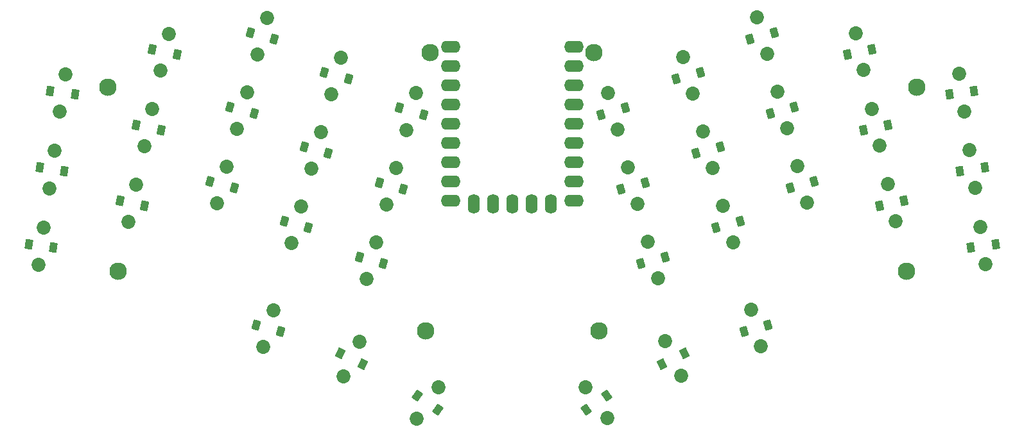
<source format=gbr>
%TF.GenerationSoftware,KiCad,Pcbnew,7.0.6*%
%TF.CreationDate,2025-05-26T00:34:49-04:00*%
%TF.ProjectId,bw2,6277322e-6b69-4636-9164-5f7063625858,2*%
%TF.SameCoordinates,Original*%
%TF.FileFunction,Soldermask,Bot*%
%TF.FilePolarity,Negative*%
%FSLAX46Y46*%
G04 Gerber Fmt 4.6, Leading zero omitted, Abs format (unit mm)*
G04 Created by KiCad (PCBNEW 7.0.6) date 2025-05-26 00:34:49*
%MOMM*%
%LPD*%
G01*
G04 APERTURE LIST*
G04 Aperture macros list*
%AMRoundRect*
0 Rectangle with rounded corners*
0 $1 Rounding radius*
0 $2 $3 $4 $5 $6 $7 $8 $9 X,Y pos of 4 corners*
0 Add a 4 corners polygon primitive as box body*
4,1,4,$2,$3,$4,$5,$6,$7,$8,$9,$2,$3,0*
0 Add four circle primitives for the rounded corners*
1,1,$1+$1,$2,$3*
1,1,$1+$1,$4,$5*
1,1,$1+$1,$6,$7*
1,1,$1+$1,$8,$9*
0 Add four rect primitives between the rounded corners*
20,1,$1+$1,$2,$3,$4,$5,0*
20,1,$1+$1,$4,$5,$6,$7,0*
20,1,$1+$1,$6,$7,$8,$9,0*
20,1,$1+$1,$8,$9,$2,$3,0*%
G04 Aperture macros list end*
%ADD10O,2.600000X1.600000*%
%ADD11O,1.600000X2.600000*%
%ADD12C,2.300000*%
%ADD13C,1.852600*%
%ADD14RoundRect,0.050000X-0.024473X-0.749601X0.712764X-0.233382X0.024473X0.749601X-0.712764X0.233382X0*%
%ADD15RoundRect,0.050000X-0.154268X-0.733963X0.661409X-0.353606X0.154268X0.733963X-0.661409X0.353606X0*%
%ADD16RoundRect,0.050000X-0.279375X-0.696024X0.589958X-0.463087X0.279375X0.696024X-0.589958X0.463087X0*%
%ADD17RoundRect,0.050000X-0.712764X-0.233382X0.024473X-0.749601X0.712764X0.233382X-0.024473X0.749601X0*%
%ADD18RoundRect,0.050000X-0.661409X-0.353606X0.154268X-0.733963X0.661409X0.353606X-0.154268X0.733963X0*%
%ADD19RoundRect,0.050000X-0.589958X-0.463087X0.279375X-0.696024X0.589958X0.463087X-0.279375X0.696024X0*%
%ADD20RoundRect,0.050000X-0.315419X-0.680449X0.564913X-0.493328X0.315419X0.680449X-0.564913X0.493328X0*%
%ADD21RoundRect,0.050000X-0.362117X-0.656789X0.529124X-0.531533X0.362117X0.656789X-0.529124X0.531533X0*%
%ADD22RoundRect,0.050000X-0.564913X-0.493328X0.315419X-0.680449X0.564913X0.493328X-0.315419X0.680449X0*%
%ADD23RoundRect,0.050000X-0.529124X-0.531533X0.362117X-0.656789X0.529124X0.531533X-0.362117X0.656789X0*%
G04 APERTURE END LIST*
D10*
%TO.C,U1*%
X105103476Y96793351D03*
X105103476Y94253351D03*
X105103476Y91713351D03*
X105103476Y89173351D03*
X105103476Y86633351D03*
X105103476Y84093351D03*
X105103476Y81553351D03*
X105103476Y79013351D03*
X105103476Y76473351D03*
D11*
X102063476Y75973351D03*
X99523476Y75973351D03*
X96983476Y75973351D03*
X94443476Y75973351D03*
X91903476Y75973351D03*
D10*
X88863476Y76473351D03*
X88863476Y79013351D03*
X88863476Y81553351D03*
X88863476Y84093351D03*
X88863476Y86633351D03*
X88863476Y89173351D03*
X88863476Y91713351D03*
X88863476Y96793351D03*
X88863476Y94253351D03*
%TD*%
D12*
%TO.C,H1*%
X43626240Y91437603D03*
%TD*%
%TO.C,H2*%
X150340712Y91437603D03*
%TD*%
%TO.C,H3*%
X45000452Y67120501D03*
%TD*%
%TO.C,H4*%
X148966497Y67120509D03*
%TD*%
%TO.C,H5*%
X86180303Y95965233D03*
%TD*%
%TO.C,H6*%
X107786651Y95965238D03*
%TD*%
%TO.C,H7*%
X85564009Y59214893D03*
%TD*%
%TO.C,H8*%
X108402965Y59214885D03*
%TD*%
D13*
%TO.C,SW36*%
X106649258Y51823711D03*
X109517140Y47727951D03*
%TD*%
%TO.C,SW35*%
X117120063Y57869042D03*
X119233154Y53337503D03*
%TD*%
%TO.C,SW34*%
X128481562Y62004281D03*
X129775657Y57174651D03*
%TD*%
%TO.C,SW33*%
X84403927Y47662427D03*
X87271809Y51758187D03*
%TD*%
%TO.C,SW32*%
X74699988Y53265006D03*
X76813079Y57796545D03*
%TD*%
%TO.C,SW31*%
X64170602Y57097373D03*
X65464697Y61927003D03*
%TD*%
%TO.C,SW30*%
X109612064Y90698225D03*
X110906159Y85868595D03*
%TD*%
%TO.C,SW29*%
X112252011Y80845771D03*
X113546106Y76016141D03*
%TD*%
%TO.C,SW28*%
X114891957Y70993337D03*
X116186052Y66163707D03*
%TD*%
%TO.C,SW27*%
X119526419Y95425320D03*
X120820514Y90595690D03*
%TD*%
%TO.C,SW26*%
X122166362Y85572874D03*
X123460457Y80743244D03*
%TD*%
%TO.C,SW25*%
X124806330Y75720422D03*
X126100425Y70890792D03*
%TD*%
%TO.C,SW24*%
X129298421Y100683665D03*
X130592516Y95854035D03*
%TD*%
%TO.C,SW23*%
X131938388Y90831226D03*
X133232483Y86001596D03*
%TD*%
%TO.C,SW22*%
X134578333Y80978800D03*
X135872428Y76149170D03*
%TD*%
%TO.C,SW21*%
X142284204Y98558150D03*
X143323763Y93667412D03*
%TD*%
%TO.C,SW20*%
X144404914Y88581055D03*
X145444473Y83690317D03*
%TD*%
%TO.C,SW19*%
X146525611Y78603947D03*
X147565170Y73713209D03*
%TD*%
%TO.C,SW18*%
X155905766Y93196726D03*
X156601632Y88245386D03*
%TD*%
%TO.C,SW17*%
X157325323Y83096001D03*
X158021189Y78144661D03*
%TD*%
%TO.C,SW16*%
X158744897Y72995254D03*
X159440763Y68043914D03*
%TD*%
%TO.C,SW15*%
X84334195Y90620943D03*
X83040100Y85791313D03*
%TD*%
%TO.C,SW14*%
X81694252Y80768501D03*
X80400157Y75938871D03*
%TD*%
%TO.C,SW13*%
X77760195Y66086425D03*
X79054290Y70916055D03*
%TD*%
%TO.C,SW12*%
X74419834Y95348041D03*
X73125739Y90518411D03*
%TD*%
%TO.C,SW11*%
X71779883Y85495592D03*
X70485788Y80665962D03*
%TD*%
%TO.C,SW10*%
X67845830Y70813526D03*
X69139925Y75643156D03*
%TD*%
%TO.C,SW9*%
X63353730Y95776764D03*
X64647825Y100606394D03*
%TD*%
%TO.C,SW8*%
X60713783Y85924323D03*
X62007878Y90753953D03*
%TD*%
%TO.C,SW7*%
X58073824Y76071877D03*
X59367919Y80901507D03*
%TD*%
%TO.C,SW6*%
X50626540Y93589165D03*
X51666099Y98479903D03*
%TD*%
%TO.C,SW5*%
X48505847Y83612072D03*
X49545406Y88502810D03*
%TD*%
%TO.C,SW4*%
X46385153Y73634952D03*
X47424712Y78525690D03*
%TD*%
%TO.C,SW3*%
X37354192Y88166169D03*
X38050058Y93117509D03*
%TD*%
%TO.C,SW2*%
X35934632Y78065431D03*
X36630498Y83016771D03*
%TD*%
%TO.C,SW1*%
X34515066Y67964690D03*
X35210932Y72916030D03*
%TD*%
D14*
%TO.C,D36*%
X106754541Y48796664D03*
X109457743Y50689466D03*
%TD*%
D15*
%TO.C,D35*%
X116698105Y54869700D03*
X119688921Y56264340D03*
%TD*%
D16*
%TO.C,D34*%
X127545184Y59123778D03*
X130732740Y59977880D03*
%TD*%
D17*
%TO.C,D33*%
X84509210Y50689474D03*
X87212412Y48796672D03*
%TD*%
D18*
%TO.C,D32*%
X74278030Y56264348D03*
X77268846Y54869708D03*
%TD*%
D19*
%TO.C,D31*%
X63234224Y59977876D03*
X66421780Y59123774D03*
%TD*%
D16*
%TO.C,D30*%
X108675686Y87817722D03*
X111863242Y88671824D03*
%TD*%
%TO.C,D29*%
X111315633Y77965268D03*
X114503189Y78819370D03*
%TD*%
%TO.C,D28*%
X113955579Y68112834D03*
X117143135Y68966936D03*
%TD*%
%TO.C,D27*%
X118590041Y92544817D03*
X121777597Y93398919D03*
%TD*%
%TO.C,D26*%
X121229984Y82692371D03*
X124417540Y83546473D03*
%TD*%
%TO.C,D25*%
X123869952Y72839919D03*
X127057508Y73694021D03*
%TD*%
%TO.C,D24*%
X128362043Y97803162D03*
X131549599Y98657264D03*
%TD*%
%TO.C,D23*%
X131002010Y87950723D03*
X134189566Y88804825D03*
%TD*%
%TO.C,D22*%
X133641955Y78098297D03*
X136829511Y78952399D03*
%TD*%
D20*
%TO.C,D21*%
X141198356Y95730601D03*
X144426244Y96416709D03*
%TD*%
%TO.C,D20*%
X143319066Y85753506D03*
X146546954Y86439614D03*
%TD*%
%TO.C,D19*%
X148667651Y76462506D03*
X145439763Y75776398D03*
%TD*%
D21*
%TO.C,D18*%
X154625324Y90451809D03*
X157893208Y90911081D03*
%TD*%
%TO.C,D17*%
X156044881Y80351084D03*
X159312765Y80810356D03*
%TD*%
%TO.C,D16*%
X157464455Y70250337D03*
X160732339Y70709609D03*
%TD*%
D19*
%TO.C,D15*%
X82103722Y88671816D03*
X85291278Y87817714D03*
%TD*%
%TO.C,D14*%
X79463779Y78819374D03*
X82651335Y77965272D03*
%TD*%
%TO.C,D13*%
X76823817Y68966928D03*
X80011373Y68112826D03*
%TD*%
%TO.C,D12*%
X72189361Y93398914D03*
X75376917Y92544812D03*
%TD*%
%TO.C,D11*%
X69549410Y83546465D03*
X72736966Y82692363D03*
%TD*%
%TO.C,D10*%
X66909452Y73694029D03*
X70097008Y72839927D03*
%TD*%
%TO.C,D9*%
X62417352Y98657267D03*
X65604908Y97803165D03*
%TD*%
%TO.C,D8*%
X59777405Y88804826D03*
X62964961Y87950724D03*
%TD*%
%TO.C,D7*%
X57137446Y78952380D03*
X60325002Y78098278D03*
%TD*%
D22*
%TO.C,D6*%
X49540692Y96416714D03*
X52768580Y95730606D03*
%TD*%
%TO.C,D5*%
X47419999Y86439621D03*
X50647887Y85753513D03*
%TD*%
%TO.C,D4*%
X45299305Y76462501D03*
X48527193Y75776393D03*
%TD*%
D23*
%TO.C,D3*%
X36073750Y90911086D03*
X39341634Y90451814D03*
%TD*%
%TO.C,D2*%
X34654190Y80810348D03*
X37922074Y80351076D03*
%TD*%
%TO.C,D1*%
X33234624Y70709607D03*
X36502508Y70250335D03*
%TD*%
M02*

</source>
